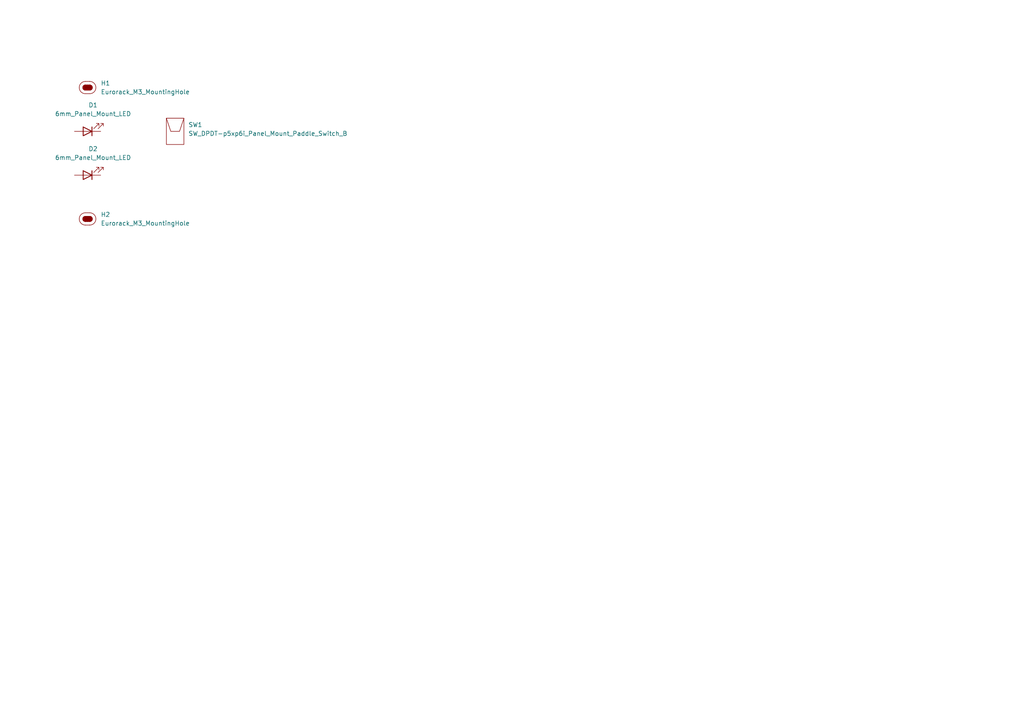
<source format=kicad_sch>
(kicad_sch (version 20250114) (generator "eeschema") (generator_version "9.0")
  (paper "A4")
  (lib_symbols
    (symbol "EXC:6mm_Panel_Mount_LED" (pin_numbers (hide yes)) (pin_names (offset 1.016) (hide yes))
      (property "Reference" "D" (at 0 2.54 0))
      (property "Value" "6mm_Panel_Mount_LED" (at 0 -3.556 0))
      (symbol "6mm_Panel_Mount_LED_0_1"
        (polyline (pts (xy -1.27 1.27) (xy -1.27 -1.27) (xy 1.27 0) (xy -1.27 1.27)) (stroke (width 0.254)))
        (polyline (pts (xy 1.27 1.27) (xy 1.27 -1.27)) (stroke (width 0.254)))
        (polyline (pts (xy 1.27 0) (xy -1.27 0)))
        (polyline (pts (xy 1.778 0.762) (xy 3.302 2.286) (xy 2.54 2.286) (xy 3.302 2.286) (xy 3.302 1.524)))
        (polyline (pts (xy 3.048 0.762) (xy 4.572 2.286) (xy 3.81 2.286) (xy 4.572 2.286) (xy 4.572 1.524)))
      )
      (symbol "6mm_Panel_Mount_LED_1_1"
        (pin passive line (at -3.81 0 0) (length 2.54) (name "A") (number "2"))
        (pin passive line (at 3.81 0 180) (length 2.54) (name "K") (number "1"))
      )
    )
    (symbol "EXC:Eurorack_M3_MountingHole" (pin_names (offset 1.016))
      (property "Reference" "H" (at 0 5.08 0))
      (property "Value" "Eurorack_M3_MountingHole" (at 0 3.175 0))
      (symbol "Eurorack_M3_MountingHole_0_1"
        (polyline (pts (xy -0.635 0.762) (xy 0.635 0.762)))
        (circle (center -0.635 0) (radius 0.762) (fill (type outline)))
        (arc (start -0.635 -0.762) (mid -1.397 0) (end -0.635 0.762))
        (arc (start -0.635 -1.778) (mid -2.413 0) (end -0.635 1.778))
        (polyline (pts (xy -0.635 -0.762) (xy 0.635 -0.762)))
        (polyline (pts (xy -0.635 -1.778) (xy 0.635 -1.778)))
        (circle (center 0 0) (radius 0.762) (fill (type outline)))
        (polyline (pts (xy 0.635 1.778) (xy -0.635 1.778)))
        (arc (start 0.6141 1.778) (mid 2.4131 0) (end 0.6141 -1.778))
        (arc (start 0.6227 0.762) (mid 1.3971 0) (end 0.6227 -0.762))
        (circle (center 0.635 0) (radius 0.762) (fill (type outline)))
      )
    )
    (symbol "EXC:SW_DPDT-p5xp6i_Panel_Mount_Paddle_Switch_B" (pin_names (offset 0) (hide yes))
      (property "Reference" "SW" (at 0 4.826 0))
      (property "Value" "SW_DPDT-p5xp6i_Panel_Mount_Paddle_Switch_B" (at 0 -5.08 0))
      (symbol "SW_DPDT-p5xp6i_Panel_Mount_Paddle_Switch_B_0_1"
        (rectangle (start -2.54 3.81) (end 2.54 -3.81))
        (polyline (pts (xy -2.54 3.81) (xy -1.27 0) (xy 1.27 0) (xy 2.54 3.81) (xy -2.54 3.81)) (fill (type color)))
      )
    )
  )
  (symbol (lib_id "EXC:Eurorack_M3_MountingHole") (at 25.4 25.4 0) (unit 1)
    (property "Reference" "H1" (at 29.21 24.1299 0) (effects (justify left)))
    (property "Value" "Eurorack_M3_MountingHole" (at 29.21 26.6699 0) (effects (justify left)))
    (property "Footprint" "EXC:MountingHole_3.2mm_M3" (effects (hide yes)))
    (property "Description" "Mounting Hole without connection" (effects (hide yes)))
  )
  (symbol (lib_id "EXC:6mm_Panel_Mount_LED") (at 25.4 50.8 0) (unit 1)
    (property "Reference" "D2" (at 26.9875 43.18 0))
    (property "Value" "6mm_Panel_Mount_LED" (at 26.9875 45.72 0))
    (property "Footprint" "EXC:6mm_Panel_Mount_LED" (effects (hide yes)))
    (property "Description" "Light emitting diode" (effects (hide yes)))
  )
  (symbol (lib_id "EXC:SW_DPDT-p5xp6i_Panel_Mount_Paddle_Switch_B") (at 50.8 38.1 0) (unit 1)
    (property "Reference" "SW1" (at 54.61 36.1949 0) (effects (justify left)))
    (property "Value" "SW_DPDT-p5xp6i_Panel_Mount_Paddle_Switch_B" (at 54.61 38.7349 0) (effects (justify left)))
    (property "Footprint" "EXC:SW_DPDT_p5xp6i_Panel_Mount_Paddle_Switch_B" (effects (hide yes)))
    (property "Datasheet" "https://ae01.alicdn.com/kf/H1970d0d9a30c4d039488acb0367c7727Z.jpg" (effects (hide yes)))
    (property "Description" "Dual Pole Dual-Throw (DPDT) 0.5\"x0.6\" panel-mount paddle switch" (effects (hide yes)))
    (property "Source" "https://www.aliexpress.com/item/4000545485594.html" (effects (hide yes)))
  )
  (symbol (lib_id "EXC:Eurorack_M3_MountingHole") (at 25.4 63.5 0) (unit 1)
    (property "Reference" "H2" (at 29.21 62.2299 0) (effects (justify left)))
    (property "Value" "Eurorack_M3_MountingHole" (at 29.21 64.7699 0) (effects (justify left)))
    (property "Footprint" "EXC:MountingHole_3.2mm_M3" (effects (hide yes)))
    (property "Description" "Mounting Hole without connection" (effects (hide yes)))
  )
  (symbol (lib_id "EXC:6mm_Panel_Mount_LED") (at 25.4 38.1 0) (unit 1)
    (property "Reference" "D1" (at 26.9875 30.48 0))
    (property "Value" "6mm_Panel_Mount_LED" (at 26.9875 33.02 0))
    (property "Footprint" "EXC:6mm_Panel_Mount_LED" (effects (hide yes)))
    (property "Description" "Light emitting diode" (effects (hide yes)))
  )
)
</source>
